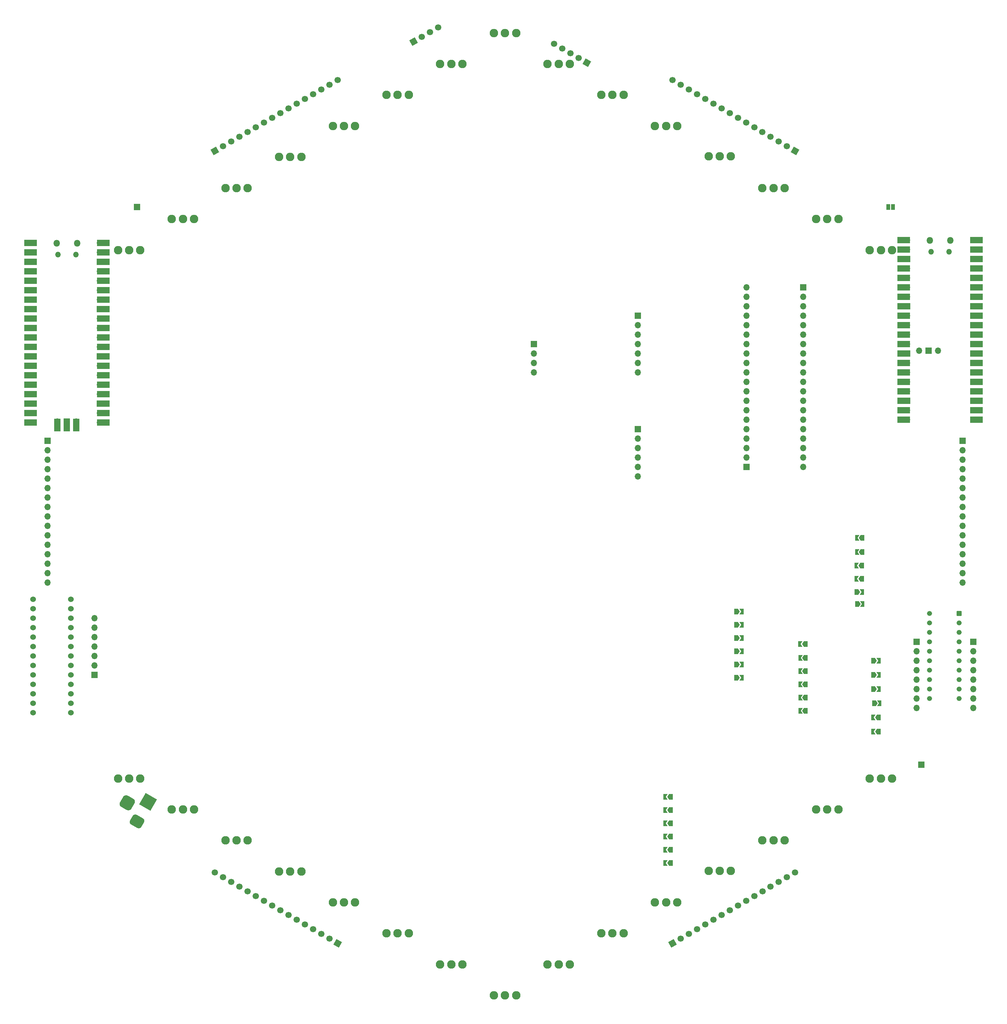
<source format=gbs>
%TF.GenerationSoftware,KiCad,Pcbnew,7.0.9*%
%TF.CreationDate,2024-01-04T11:10:08-06:00*%
%TF.ProjectId,HexDisplayPCB,48657844-6973-4706-9c61-795043422e6b,rev?*%
%TF.SameCoordinates,Original*%
%TF.FileFunction,Soldermask,Bot*%
%TF.FilePolarity,Negative*%
%FSLAX46Y46*%
G04 Gerber Fmt 4.6, Leading zero omitted, Abs format (unit mm)*
G04 Created by KiCad (PCBNEW 7.0.9) date 2024-01-04 11:10:08*
%MOMM*%
%LPD*%
G01*
G04 APERTURE LIST*
G04 Aperture macros list*
%AMRoundRect*
0 Rectangle with rounded corners*
0 $1 Rounding radius*
0 $2 $3 $4 $5 $6 $7 $8 $9 X,Y pos of 4 corners*
0 Add a 4 corners polygon primitive as box body*
4,1,4,$2,$3,$4,$5,$6,$7,$8,$9,$2,$3,0*
0 Add four circle primitives for the rounded corners*
1,1,$1+$1,$2,$3*
1,1,$1+$1,$4,$5*
1,1,$1+$1,$6,$7*
1,1,$1+$1,$8,$9*
0 Add four rect primitives between the rounded corners*
20,1,$1+$1,$2,$3,$4,$5,0*
20,1,$1+$1,$4,$5,$6,$7,0*
20,1,$1+$1,$6,$7,$8,$9,0*
20,1,$1+$1,$8,$9,$2,$3,0*%
%AMHorizOval*
0 Thick line with rounded ends*
0 $1 width*
0 $2 $3 position (X,Y) of the first rounded end (center of the circle)*
0 $4 $5 position (X,Y) of the second rounded end (center of the circle)*
0 Add line between two ends*
20,1,$1,$2,$3,$4,$5,0*
0 Add two circle primitives to create the rounded ends*
1,1,$1,$2,$3*
1,1,$1,$4,$5*%
%AMRotRect*
0 Rectangle, with rotation*
0 The origin of the aperture is its center*
0 $1 length*
0 $2 width*
0 $3 Rotation angle, in degrees counterclockwise*
0 Add horizontal line*
21,1,$1,$2,0,0,$3*%
%AMFreePoly0*
4,1,6,1.000000,0.000000,0.500000,-0.750000,-0.500000,-0.750000,-0.500000,0.750000,0.500000,0.750000,1.000000,0.000000,1.000000,0.000000,$1*%
%AMFreePoly1*
4,1,6,0.500000,-0.750000,-0.650000,-0.750000,-0.150000,0.000000,-0.650000,0.750000,0.500000,0.750000,0.500000,-0.750000,0.500000,-0.750000,$1*%
G04 Aperture macros list end*
%ADD10C,2.286000*%
%ADD11R,1.700000X1.700000*%
%ADD12O,1.700000X1.700000*%
%ADD13FreePoly0,0.000000*%
%ADD14FreePoly1,0.000000*%
%ADD15FreePoly0,180.000000*%
%ADD16FreePoly1,180.000000*%
%ADD17RotRect,1.700000X1.700000X60.000000*%
%ADD18HorizOval,1.700000X0.000000X0.000000X0.000000X0.000000X0*%
%ADD19RotRect,3.500000X3.500000X60.000000*%
%ADD20RoundRect,0.750000X0.491025X-1.149519X1.241025X0.149519X-0.491025X1.149519X-1.241025X-0.149519X0*%
%ADD21RoundRect,0.875000X0.320272X-1.195272X1.195272X0.320272X-0.320272X1.195272X-1.195272X-0.320272X0*%
%ADD22R,1.000000X1.500000*%
%ADD23C,1.524000*%
%ADD24RoundRect,0.102000X0.565000X0.565000X-0.565000X0.565000X-0.565000X-0.565000X0.565000X-0.565000X0*%
%ADD25C,1.334000*%
%ADD26RotRect,1.700000X1.700000X300.000000*%
%ADD27HorizOval,1.700000X0.000000X0.000000X0.000000X0.000000X0*%
%ADD28O,1.800000X1.800000*%
%ADD29O,1.500000X1.500000*%
%ADD30R,3.500000X1.700000*%
%ADD31R,1.700000X3.500000*%
G04 APERTURE END LIST*
D10*
%TO.C,A12*%
X373398054Y-99446667D03*
X370398054Y-99446667D03*
X367398054Y-99446667D03*
X373398054Y-324746667D03*
X370398054Y-324746667D03*
X367398054Y-324746667D03*
%TD*%
%TO.C,A2*%
X257926054Y-132780000D03*
X254926054Y-132780000D03*
X251926054Y-132780000D03*
X257926054Y-291440000D03*
X254926054Y-291440000D03*
X251926054Y-291440000D03*
%TD*%
%TO.C,A4*%
X286794054Y-116113334D03*
X283794054Y-116113334D03*
X280794054Y-116113334D03*
X286794054Y-308093334D03*
X283794054Y-308093334D03*
X280794054Y-308093334D03*
%TD*%
%TO.C,A7*%
X330096054Y-91113334D03*
X327096054Y-91113334D03*
X324096054Y-91113334D03*
X330096054Y-333073334D03*
X327096054Y-333073334D03*
X324096054Y-333073334D03*
%TD*%
%TO.C,A3*%
X272360054Y-124446667D03*
X269360054Y-124446667D03*
X266360054Y-124446667D03*
X272360054Y-299766667D03*
X269360054Y-299766667D03*
X266360054Y-299766667D03*
%TD*%
%TO.C,A6*%
X315662054Y-99446667D03*
X312662054Y-99446667D03*
X309662054Y-99446667D03*
X315662054Y-324746667D03*
X312662054Y-324746667D03*
X309662054Y-324746667D03*
%TD*%
%TO.C,A17*%
X445568054Y-141113334D03*
X442568054Y-141113334D03*
X439568054Y-141113334D03*
X445568054Y-283113334D03*
X442568054Y-283113334D03*
X439568054Y-283113334D03*
%TD*%
%TO.C,A1*%
X243492054Y-141113334D03*
X240492054Y-141113334D03*
X237492054Y-141113334D03*
X243492054Y-283113334D03*
X240492054Y-283113334D03*
X237492054Y-283113334D03*
%TD*%
%TO.C,A15*%
X416700054Y-124446667D03*
X413700054Y-124446667D03*
X410700054Y-124446667D03*
X416700054Y-299766667D03*
X413700054Y-299766667D03*
X410700054Y-299766667D03*
%TD*%
%TO.C,A14*%
X402240000Y-115966500D03*
X399240000Y-115966500D03*
X396240000Y-115966500D03*
X402240000Y-307946500D03*
X399240000Y-307946500D03*
X396240000Y-307946500D03*
%TD*%
%TO.C,A16*%
X431134054Y-132780000D03*
X428134054Y-132780000D03*
X425134054Y-132780000D03*
X431134054Y-291440000D03*
X428134054Y-291440000D03*
X425134054Y-291440000D03*
%TD*%
%TO.C,A11*%
X358964054Y-91113334D03*
X355964054Y-91113334D03*
X352964054Y-91113334D03*
X358964054Y-333073334D03*
X355964054Y-333073334D03*
X352964054Y-333073334D03*
%TD*%
%TO.C,A8*%
X344530054Y-82780000D03*
X341530054Y-82780000D03*
X338530054Y-82780000D03*
X344530054Y-341400000D03*
X341530054Y-341400000D03*
X338530054Y-341400000D03*
%TD*%
%TO.C,A13*%
X387832054Y-107780000D03*
X384832054Y-107780000D03*
X381832054Y-107780000D03*
X387832054Y-316420000D03*
X384832054Y-316420000D03*
X381832054Y-316420000D03*
%TD*%
%TO.C,A5*%
X301228054Y-107780000D03*
X298228054Y-107780000D03*
X295228054Y-107780000D03*
X301228054Y-316420000D03*
X298228054Y-316420000D03*
X295228054Y-316420000D03*
%TD*%
D11*
%TO.C,J1*%
X406400000Y-199390000D03*
D12*
X406400000Y-196850000D03*
X406400000Y-194310000D03*
X406400000Y-191770000D03*
X406400000Y-189230000D03*
X406400000Y-186690000D03*
X406400000Y-184150000D03*
X406400000Y-181610000D03*
X406400000Y-179070000D03*
X406400000Y-176530000D03*
X406400000Y-173990000D03*
X406400000Y-171450000D03*
X406400000Y-168910000D03*
X406400000Y-166370000D03*
X406400000Y-163830000D03*
X406400000Y-161290000D03*
X406400000Y-158750000D03*
X406400000Y-156210000D03*
X406400000Y-153670000D03*
X406400000Y-151130000D03*
%TD*%
D13*
%TO.C,LED_DATA_IN-DATA_4*%
X403680000Y-248920000D03*
D14*
X405130000Y-248920000D03*
%TD*%
D11*
%TO.C,RTC1*%
X377190000Y-189230000D03*
D12*
X377190000Y-191770000D03*
X377190000Y-194310000D03*
X377190000Y-196850000D03*
X377190000Y-199390000D03*
X377190000Y-201930000D03*
%TD*%
D11*
%TO.C,LED_DATA_IN1*%
X242570000Y-129540000D03*
%TD*%
D15*
%TO.C,DATA_6_DISCONNECT_1*%
X386080000Y-305810000D03*
D16*
X384630000Y-305810000D03*
%TD*%
D15*
%TO.C,LED_DATA_OUT-DATA_6*%
X422365000Y-264910000D03*
D16*
X420915000Y-264910000D03*
%TD*%
D13*
%TO.C,LED_DATA_IN-DATA_6*%
X403680000Y-256020000D03*
D14*
X405130000Y-256020000D03*
%TD*%
D17*
%TO.C,J7*%
X419508907Y-114481368D03*
D18*
X417309202Y-113211368D03*
X415109498Y-111941368D03*
X412909793Y-110671368D03*
X410710089Y-109401368D03*
X408510384Y-108131368D03*
X406310680Y-106861368D03*
X404110975Y-105591368D03*
X401911271Y-104321368D03*
X399711566Y-103051368D03*
X397511862Y-101781368D03*
X395312157Y-100511368D03*
X393112453Y-99241368D03*
X390912748Y-97971368D03*
X388713044Y-96701368D03*
X386513339Y-95431368D03*
%TD*%
D11*
%TO.C,STEPPER_1-4*%
X452120000Y-246380000D03*
D12*
X452120000Y-248920000D03*
X452120000Y-251460000D03*
X452120000Y-254000000D03*
X452120000Y-256540000D03*
X452120000Y-259080000D03*
X452120000Y-261620000D03*
X452120000Y-264160000D03*
%TD*%
D17*
%TO.C,J4*%
X296546232Y-327461173D03*
D18*
X294346527Y-326191173D03*
X292146823Y-324921173D03*
X289947118Y-323651173D03*
X287747414Y-322381173D03*
X285547709Y-321111173D03*
X283348005Y-319841173D03*
X281148300Y-318571173D03*
X278948596Y-317301173D03*
X276748891Y-316031173D03*
X274549187Y-314761173D03*
X272349482Y-313491173D03*
X270149778Y-312221173D03*
X267950073Y-310951173D03*
X265750369Y-309681173D03*
X263550664Y-308411173D03*
%TD*%
D13*
%TO.C,LED_DATA_IN-DATA_1*%
X403680000Y-238270000D03*
D14*
X405130000Y-238270000D03*
%TD*%
D11*
%TO.C,J3*%
X464493692Y-192397106D03*
D12*
X464493692Y-194937106D03*
X464493692Y-197477106D03*
X464493692Y-200017106D03*
X464493692Y-202557106D03*
X464493692Y-205097106D03*
X464493692Y-207637106D03*
X464493692Y-210177106D03*
X464493692Y-212717106D03*
X464493692Y-215257106D03*
X464493692Y-217797106D03*
X464493692Y-220337106D03*
X464493692Y-222877106D03*
X464493692Y-225417106D03*
X464493692Y-227957106D03*
X464493692Y-230497106D03*
%TD*%
D15*
%TO.C,LED_DATA_OUT-DATA_3*%
X422365000Y-254260000D03*
D16*
X420915000Y-254260000D03*
%TD*%
D11*
%TO.C,J5*%
X218566052Y-192396439D03*
D12*
X218566052Y-194936439D03*
X218566052Y-197476439D03*
X218566052Y-200016439D03*
X218566052Y-202556439D03*
X218566052Y-205096439D03*
X218566052Y-207636439D03*
X218566052Y-210176439D03*
X218566052Y-212716439D03*
X218566052Y-215256439D03*
X218566052Y-217796439D03*
X218566052Y-220336439D03*
X218566052Y-222876439D03*
X218566052Y-225416439D03*
X218566052Y-227956439D03*
X218566052Y-230496439D03*
%TD*%
D11*
%TO.C,J2*%
X421640000Y-151130000D03*
D12*
X421640000Y-153670000D03*
X421640000Y-156210000D03*
X421640000Y-158750000D03*
X421640000Y-161290000D03*
X421640000Y-163830000D03*
X421640000Y-166370000D03*
X421640000Y-168910000D03*
X421640000Y-171450000D03*
X421640000Y-173990000D03*
X421640000Y-176530000D03*
X421640000Y-179070000D03*
X421640000Y-181610000D03*
X421640000Y-184150000D03*
X421640000Y-186690000D03*
X421640000Y-189230000D03*
X421640000Y-191770000D03*
X421640000Y-194310000D03*
X421640000Y-196850000D03*
X421640000Y-199390000D03*
%TD*%
D13*
%TO.C,PICO_DATAIN_5-STEPPER1*%
X436025000Y-233040000D03*
D14*
X437475000Y-233040000D03*
%TD*%
D15*
%TO.C,DATA_3_DISCONNECT_1*%
X386080000Y-295160000D03*
D16*
X384630000Y-295160000D03*
%TD*%
D13*
%TO.C,STEPPER-DATA_3*%
X440510000Y-259080000D03*
D14*
X441960000Y-259080000D03*
%TD*%
D13*
%TO.C,LED_DATA_IN-DATA_5*%
X403680000Y-252470000D03*
D14*
X405130000Y-252470000D03*
%TD*%
D13*
%TO.C,LED_DATA_IN-DATA_2*%
X403680000Y-241820000D03*
D14*
X405130000Y-241820000D03*
%TD*%
D15*
%TO.C,DATA_5_DISCONNECT_1*%
X386080000Y-302260000D03*
D16*
X384630000Y-302260000D03*
%TD*%
D19*
%TO.C,J30*%
X245570000Y-289443848D03*
D20*
X242570000Y-294640000D03*
D21*
X239999681Y-289691924D03*
%TD*%
D15*
%TO.C,STEPPER-DATA_5*%
X441960000Y-266700000D03*
D16*
X440510000Y-266700000D03*
%TD*%
D22*
%TO.C,PICO_5V_BREAKER1*%
X445800000Y-129540000D03*
X444500000Y-129540000D03*
%TD*%
D17*
%TO.C,AmbientLightSensor1*%
X363514705Y-90805000D03*
D18*
X361315000Y-89535000D03*
X359115296Y-88265000D03*
X356915591Y-86995000D03*
X354715887Y-85725000D03*
%TD*%
D11*
%TO.C,MAX98357*%
X377190000Y-158750000D03*
D12*
X377190000Y-161290000D03*
X377190000Y-163830000D03*
X377190000Y-166370000D03*
X377190000Y-168910000D03*
X377190000Y-171450000D03*
X377190000Y-173990000D03*
%TD*%
D23*
%TO.C,U2*%
X214630000Y-265430000D03*
X214630000Y-262890000D03*
X214630000Y-260350000D03*
X214630000Y-257810000D03*
X214630000Y-255270000D03*
X214630000Y-252730000D03*
X214630000Y-250190000D03*
X214630000Y-247650000D03*
X214630000Y-245110000D03*
X214630000Y-242570000D03*
X214630000Y-240030000D03*
X214630000Y-237490000D03*
X214630000Y-234950000D03*
X224790000Y-265430000D03*
X224790000Y-262890000D03*
X224790000Y-260350000D03*
X224790000Y-257810000D03*
X224790000Y-255270000D03*
X224790000Y-252730000D03*
X224790000Y-252730000D03*
X224790000Y-250190000D03*
X224790000Y-247650000D03*
X224790000Y-245110000D03*
X224790000Y-242570000D03*
X224790000Y-240030000D03*
X224790000Y-237490000D03*
X224790000Y-234950000D03*
%TD*%
D15*
%TO.C,LED_DATA_OUT-DATA_4*%
X422365000Y-257810000D03*
D16*
X420915000Y-257810000D03*
%TD*%
D15*
%TO.C,PICO_DATAIN_3-STEPPER1*%
X437475000Y-225940000D03*
D16*
X436025000Y-225940000D03*
%TD*%
D24*
%TO.C,U1*%
X463550000Y-238760000D03*
D25*
X463550000Y-241300000D03*
X463550000Y-243840000D03*
X463550000Y-246380000D03*
X463550000Y-248920000D03*
X463550000Y-251460000D03*
X463550000Y-254000000D03*
X463550000Y-256540000D03*
X463550000Y-259080000D03*
X463550000Y-261620000D03*
X455610000Y-261620000D03*
X455610000Y-259080000D03*
X455610000Y-256540000D03*
X455610000Y-254000000D03*
X455610000Y-251460000D03*
X455610000Y-248920000D03*
X455610000Y-246380000D03*
X455610000Y-243840000D03*
X455610000Y-241300000D03*
X455610000Y-238760000D03*
%TD*%
D15*
%TO.C,DATA_1_DISCONNECT_1*%
X386080000Y-288060000D03*
D16*
X384630000Y-288060000D03*
%TD*%
D13*
%TO.C,STEPPER-DATA_4*%
X440690000Y-262890000D03*
D14*
X442140000Y-262890000D03*
%TD*%
D15*
%TO.C,LED_DATA_OUT-DATA_5*%
X422365000Y-261360000D03*
D16*
X420915000Y-261360000D03*
%TD*%
D11*
%TO.C,LED_DATA_OUT1*%
X453390000Y-279400000D03*
%TD*%
D15*
%TO.C,PICO_DATAIN_4-STEPPER1*%
X437475000Y-229490000D03*
D16*
X436025000Y-229490000D03*
%TD*%
D26*
%TO.C,J8*%
X386513975Y-327462485D03*
D27*
X388713680Y-326192485D03*
X390913384Y-324922485D03*
X393113089Y-323652485D03*
X395312793Y-322382485D03*
X397512498Y-321112485D03*
X399712202Y-319842485D03*
X401911907Y-318572485D03*
X404111611Y-317302485D03*
X406311316Y-316032485D03*
X408511020Y-314762485D03*
X410710725Y-313492485D03*
X412910429Y-312222485D03*
X415110134Y-310952485D03*
X417309838Y-309682485D03*
X419509543Y-308412485D03*
%TD*%
D15*
%TO.C,STEPPER-DATA_6*%
X441960000Y-270510000D03*
D16*
X440510000Y-270510000D03*
%TD*%
D15*
%TO.C,DATA_4_DISCONNECT_1*%
X386080000Y-298710000D03*
D16*
X384630000Y-298710000D03*
%TD*%
D26*
%TO.C,J6*%
X263550592Y-114481217D03*
D27*
X265750297Y-113211217D03*
X267950001Y-111941217D03*
X270149706Y-110671217D03*
X272349410Y-109401217D03*
X274549115Y-108131217D03*
X276748819Y-106861217D03*
X278948524Y-105591217D03*
X281148228Y-104321217D03*
X283347933Y-103051217D03*
X285547637Y-101781217D03*
X287747342Y-100511217D03*
X289947046Y-99241217D03*
X292146751Y-97971217D03*
X294346455Y-96701217D03*
X296546160Y-95431217D03*
%TD*%
D13*
%TO.C,LED_DATA_IN-DATA_3*%
X403680000Y-245370000D03*
D14*
X405130000Y-245370000D03*
%TD*%
D26*
%TO.C,I2CBreakout1*%
X316910591Y-85090000D03*
D27*
X319110296Y-83820000D03*
X321310000Y-82550000D03*
X323509705Y-81280000D03*
%TD*%
D13*
%TO.C,STEPPER-DATA_2*%
X440510000Y-255270000D03*
D14*
X441960000Y-255270000D03*
%TD*%
D11*
%TO.C,Keypad1*%
X231140000Y-255270000D03*
D12*
X231140000Y-252730000D03*
X231140000Y-250190000D03*
X231140000Y-247650000D03*
X231140000Y-245110000D03*
X231140000Y-242570000D03*
X231140000Y-240030000D03*
%TD*%
D15*
%TO.C,DATA_2_DISCONNECT_1*%
X386080000Y-291610000D03*
D16*
X384630000Y-291610000D03*
%TD*%
D15*
%TO.C,PICO_DATAIN_1-STEPPER1*%
X437605000Y-218440000D03*
D16*
X436155000Y-218440000D03*
%TD*%
D28*
%TO.C,PicoProbe1*%
X226485000Y-139325000D03*
D29*
X226185000Y-142355000D03*
X221335000Y-142355000D03*
D28*
X221035000Y-139325000D03*
D12*
X232650000Y-139195000D03*
D30*
X233550000Y-139195000D03*
D12*
X232650000Y-141735000D03*
D30*
X233550000Y-141735000D03*
D11*
X232650000Y-144275000D03*
D30*
X233550000Y-144275000D03*
D12*
X232650000Y-146815000D03*
D30*
X233550000Y-146815000D03*
D12*
X232650000Y-149355000D03*
D30*
X233550000Y-149355000D03*
D12*
X232650000Y-151895000D03*
D30*
X233550000Y-151895000D03*
D12*
X232650000Y-154435000D03*
D30*
X233550000Y-154435000D03*
D11*
X232650000Y-156975000D03*
D30*
X233550000Y-156975000D03*
D12*
X232650000Y-159515000D03*
D30*
X233550000Y-159515000D03*
D12*
X232650000Y-162055000D03*
D30*
X233550000Y-162055000D03*
D12*
X232650000Y-164595000D03*
D30*
X233550000Y-164595000D03*
D12*
X232650000Y-167135000D03*
D30*
X233550000Y-167135000D03*
D11*
X232650000Y-169675000D03*
D30*
X233550000Y-169675000D03*
D12*
X232650000Y-172215000D03*
D30*
X233550000Y-172215000D03*
D12*
X232650000Y-174755000D03*
D30*
X233550000Y-174755000D03*
D12*
X232650000Y-177295000D03*
D30*
X233550000Y-177295000D03*
D12*
X232650000Y-179835000D03*
D30*
X233550000Y-179835000D03*
D11*
X232650000Y-182375000D03*
D30*
X233550000Y-182375000D03*
D12*
X232650000Y-184915000D03*
D30*
X233550000Y-184915000D03*
D12*
X232650000Y-187455000D03*
D30*
X233550000Y-187455000D03*
D12*
X214870000Y-187455000D03*
D30*
X213970000Y-187455000D03*
D12*
X214870000Y-184915000D03*
D30*
X213970000Y-184915000D03*
D11*
X214870000Y-182375000D03*
D30*
X213970000Y-182375000D03*
D12*
X214870000Y-179835000D03*
D30*
X213970000Y-179835000D03*
D12*
X214870000Y-177295000D03*
D30*
X213970000Y-177295000D03*
D12*
X214870000Y-174755000D03*
D30*
X213970000Y-174755000D03*
D12*
X214870000Y-172215000D03*
D30*
X213970000Y-172215000D03*
D11*
X214870000Y-169675000D03*
D30*
X213970000Y-169675000D03*
D12*
X214870000Y-167135000D03*
D30*
X213970000Y-167135000D03*
D12*
X214870000Y-164595000D03*
D30*
X213970000Y-164595000D03*
D12*
X214870000Y-162055000D03*
D30*
X213970000Y-162055000D03*
D12*
X214870000Y-159515000D03*
D30*
X213970000Y-159515000D03*
D11*
X214870000Y-156975000D03*
D30*
X213970000Y-156975000D03*
D12*
X214870000Y-154435000D03*
D30*
X213970000Y-154435000D03*
D12*
X214870000Y-151895000D03*
D30*
X213970000Y-151895000D03*
D12*
X214870000Y-149355000D03*
D30*
X213970000Y-149355000D03*
D12*
X214870000Y-146815000D03*
D30*
X213970000Y-146815000D03*
D11*
X214870000Y-144275000D03*
D30*
X213970000Y-144275000D03*
D12*
X214870000Y-141735000D03*
D30*
X213970000Y-141735000D03*
D12*
X214870000Y-139195000D03*
D30*
X213970000Y-139195000D03*
D12*
X226300000Y-187225000D03*
D31*
X226300000Y-188125000D03*
D11*
X223760000Y-187225000D03*
D31*
X223760000Y-188125000D03*
D12*
X221220000Y-187225000D03*
D31*
X221220000Y-188125000D03*
%TD*%
D11*
%TO.C,STEPPER_4-8*%
X467360000Y-246380000D03*
D12*
X467360000Y-248920000D03*
X467360000Y-251460000D03*
X467360000Y-254000000D03*
X467360000Y-256540000D03*
X467360000Y-259080000D03*
X467360000Y-261620000D03*
X467360000Y-264160000D03*
%TD*%
D11*
%TO.C,MAX98357_BREAKOUT1*%
X349250000Y-166370000D03*
D12*
X349250000Y-168910000D03*
X349250000Y-171450000D03*
X349250000Y-173990000D03*
%TD*%
D15*
%TO.C,LED_DATA_OUT-DATA_2*%
X422365000Y-250710000D03*
D16*
X420915000Y-250710000D03*
%TD*%
D13*
%TO.C,PICO_DATAIN_6-STEPPER1*%
X436155000Y-236220000D03*
D14*
X437605000Y-236220000D03*
%TD*%
D15*
%TO.C,LED_DATA_OUT-DATA_1*%
X422315000Y-246960000D03*
D16*
X420865000Y-246960000D03*
%TD*%
D28*
%TO.C,MasterControlPico1*%
X461195000Y-138560000D03*
D29*
X460895000Y-141590000D03*
X456045000Y-141590000D03*
D28*
X455745000Y-138560000D03*
D12*
X467360000Y-138430000D03*
D30*
X468260000Y-138430000D03*
D12*
X467360000Y-140970000D03*
D30*
X468260000Y-140970000D03*
D11*
X467360000Y-143510000D03*
D30*
X468260000Y-143510000D03*
D12*
X467360000Y-146050000D03*
D30*
X468260000Y-146050000D03*
D12*
X467360000Y-148590000D03*
D30*
X468260000Y-148590000D03*
D12*
X467360000Y-151130000D03*
D30*
X468260000Y-151130000D03*
D12*
X467360000Y-153670000D03*
D30*
X468260000Y-153670000D03*
D11*
X467360000Y-156210000D03*
D30*
X468260000Y-156210000D03*
D12*
X467360000Y-158750000D03*
D30*
X468260000Y-158750000D03*
D12*
X467360000Y-161290000D03*
D30*
X468260000Y-161290000D03*
D12*
X467360000Y-163830000D03*
D30*
X468260000Y-163830000D03*
D12*
X467360000Y-166370000D03*
D30*
X468260000Y-166370000D03*
D11*
X467360000Y-168910000D03*
D30*
X468260000Y-168910000D03*
D12*
X467360000Y-171450000D03*
D30*
X468260000Y-171450000D03*
D12*
X467360000Y-173990000D03*
D30*
X468260000Y-173990000D03*
D12*
X467360000Y-176530000D03*
D30*
X468260000Y-176530000D03*
D12*
X467360000Y-179070000D03*
D30*
X468260000Y-179070000D03*
D11*
X467360000Y-181610000D03*
D30*
X468260000Y-181610000D03*
D12*
X467360000Y-184150000D03*
D30*
X468260000Y-184150000D03*
D12*
X467360000Y-186690000D03*
D30*
X468260000Y-186690000D03*
D12*
X449580000Y-186690000D03*
D30*
X448680000Y-186690000D03*
D12*
X449580000Y-184150000D03*
D30*
X448680000Y-184150000D03*
D11*
X449580000Y-181610000D03*
D30*
X448680000Y-181610000D03*
D12*
X449580000Y-179070000D03*
D30*
X448680000Y-179070000D03*
D12*
X449580000Y-176530000D03*
D30*
X448680000Y-176530000D03*
D12*
X449580000Y-173990000D03*
D30*
X448680000Y-173990000D03*
D12*
X449580000Y-171450000D03*
D30*
X448680000Y-171450000D03*
D11*
X449580000Y-168910000D03*
D30*
X448680000Y-168910000D03*
D12*
X449580000Y-166370000D03*
D30*
X448680000Y-166370000D03*
D12*
X449580000Y-163830000D03*
D30*
X448680000Y-163830000D03*
D12*
X449580000Y-161290000D03*
D30*
X448680000Y-161290000D03*
D12*
X449580000Y-158750000D03*
D30*
X448680000Y-158750000D03*
D11*
X449580000Y-156210000D03*
D30*
X448680000Y-156210000D03*
D12*
X449580000Y-153670000D03*
D30*
X448680000Y-153670000D03*
D12*
X449580000Y-151130000D03*
D30*
X448680000Y-151130000D03*
D12*
X449580000Y-148590000D03*
D30*
X448680000Y-148590000D03*
D12*
X449580000Y-146050000D03*
D30*
X448680000Y-146050000D03*
D11*
X449580000Y-143510000D03*
D30*
X448680000Y-143510000D03*
D12*
X449580000Y-140970000D03*
D30*
X448680000Y-140970000D03*
D12*
X449580000Y-138430000D03*
D30*
X448680000Y-138430000D03*
D12*
X457885900Y-168160000D03*
D11*
X455345900Y-168160000D03*
D12*
X452805900Y-168160000D03*
%TD*%
D13*
%TO.C,STEPPER-DATA_1*%
X440510000Y-251460000D03*
D14*
X441960000Y-251460000D03*
%TD*%
D15*
%TO.C,PICO_DATAIN_2-STEPPER1*%
X437605000Y-222250000D03*
D16*
X436155000Y-222250000D03*
%TD*%
M02*

</source>
